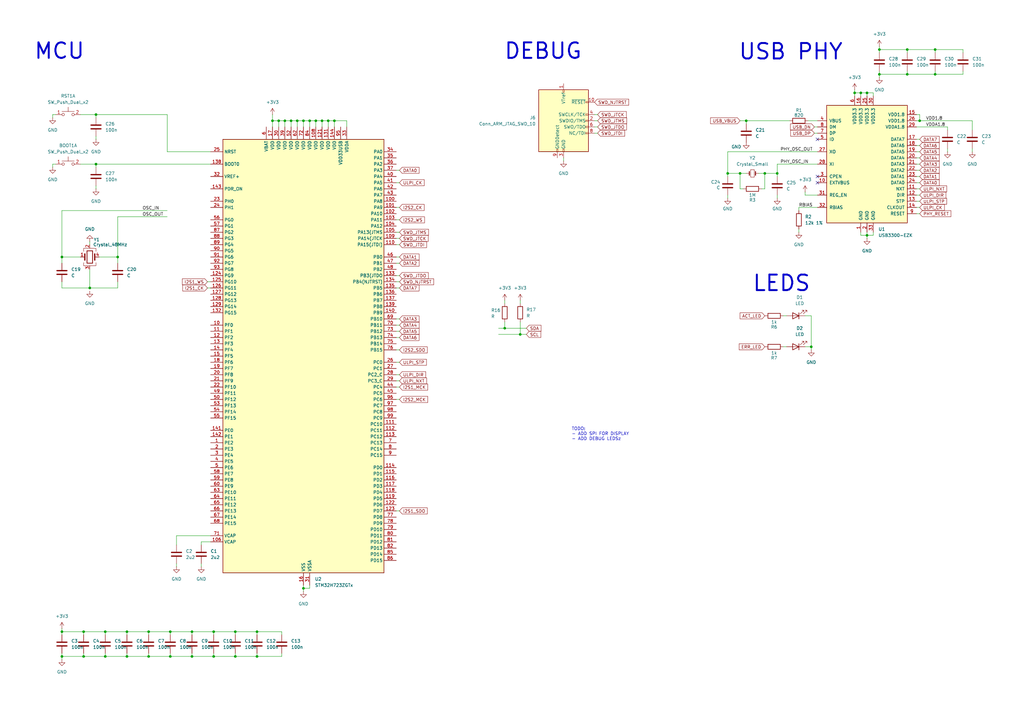
<source format=kicad_sch>
(kicad_sch (version 20250114) (generator "eeschema") (generator_version "9.0")
  (paper "A3")
  (text "LEDS\n" (at 320.548 116.332 0) (effects (font (size 6.35 6.35) (thickness 0.7938))))
  (text "USB PHY\n" (at 324.358 21.336 0) (effects (font (size 6.35 6.35) (thickness 0.7938))))
  (text "MCU" (at 24.384 21.082 0) (effects (font (size 6.35 6.35) (thickness 0.7938))))
  (text "DEBUG\n" (at 222.758 21.082 0) (effects (font (size 6.35 6.35) (thickness 0.7938))))
  (text "TODO:\n- ADD SPI FOR DISPLAY\n- ADD DEBUG LEDSz" (at 234.442 178.054 0) (effects (font (size 1.27 1.27)) (justify left)))
  (junction (at 360.68 20.32))
  (junction (at 114.3 49.53))
  (junction (at 105.41 269.24))
  (junction (at 78.74 269.24))
  (junction (at 134.62 49.53))
  (junction (at 121.92 49.53))
  (junction (at 129.54 49.53))
  (junction (at 119.38 49.53))
  (junction (at 78.74 259.08))
  (junction (at 43.18 259.08))
  (junction (at 48.26 105.41))
  (junction (at 313.69 71.12))
  (junction (at 36.83 118.11))
  (junction (at 318.77 71.12))
  (junction (at 87.63 269.24))
  (junction (at 34.29 259.08))
  (junction (at 87.63 259.08))
  (junction (at 43.18 269.24))
  (junction (at 39.37 67.31))
  (junction (at 353.06 38.1))
  (junction (at 124.46 241.3))
  (junction (at 69.85 259.08))
  (junction (at 332.74 142.24))
  (junction (at 298.45 71.12))
  (junction (at 69.85 269.24))
  (junction (at 350.52 38.1))
  (junction (at 25.4 269.24))
  (junction (at 207.01 134.62))
  (junction (at 372.11 20.32))
  (junction (at 127 49.53))
  (junction (at 355.6 38.1))
  (junction (at 96.52 259.08))
  (junction (at 213.36 137.16))
  (junction (at 360.68 30.48))
  (junction (at 60.96 269.24))
  (junction (at 96.52 269.24))
  (junction (at 116.84 49.53))
  (junction (at 383.54 20.32))
  (junction (at 372.11 30.48))
  (junction (at 137.16 49.53))
  (junction (at 306.07 49.53))
  (junction (at 355.6 96.52))
  (junction (at 39.37 46.99))
  (junction (at 377.19 49.53))
  (junction (at 34.29 269.24))
  (junction (at 60.96 259.08))
  (junction (at 52.07 269.24))
  (junction (at 52.07 259.08))
  (junction (at 383.54 30.48))
  (junction (at 25.4 105.41))
  (junction (at 303.53 71.12))
  (junction (at 105.41 259.08))
  (junction (at 132.08 49.53))
  (junction (at 25.4 259.08))
  (junction (at 124.46 49.53))
  (junction (at 111.76 49.53))
  (no_connect (at 335.28 72.39))
  (no_connect (at 335.28 74.93))
  (no_connect (at 335.28 57.15))
  (wire (pts (xy 375.92 59.69) (xy 377.19 59.69)))
  (wire (pts (xy 313.69 71.12) (xy 311.15 71.12)))
  (wire (pts (xy 163.83 74.93) (xy 162.56 74.93)))
  (wire (pts (xy 394.97 20.32) (xy 394.97 21.59)))
  (wire (pts (xy 207.01 123.19) (xy 207.01 124.46)))
  (wire (pts (xy 163.83 97.79) (xy 162.56 97.79)))
  (wire (pts (xy 111.76 52.07) (xy 111.76 49.53)))
  (wire (pts (xy 60.96 259.08) (xy 52.07 259.08)))
  (wire (pts (xy 132.08 52.07) (xy 132.08 49.53)))
  (wire (pts (xy 360.68 19.05) (xy 360.68 20.32)))
  (wire (pts (xy 86.36 62.23) (xy 68.58 62.23)))
  (wire (pts (xy 163.83 113.03) (xy 162.56 113.03)))
  (wire (pts (xy 33.02 105.41) (xy 25.4 105.41)))
  (wire (pts (xy 39.37 77.47) (xy 39.37 76.2)))
  (wire (pts (xy 353.06 96.52) (xy 355.6 96.52)))
  (wire (pts (xy 213.36 132.08) (xy 213.36 137.16)))
  (wire (pts (xy 121.92 52.07) (xy 121.92 49.53)))
  (wire (pts (xy 377.19 85.09) (xy 375.92 85.09)))
  (wire (pts (xy 334.01 54.61) (xy 335.28 54.61)))
  (wire (pts (xy 375.92 62.23) (xy 377.19 62.23)))
  (wire (pts (xy 163.83 107.95) (xy 162.56 107.95)))
  (wire (pts (xy 25.4 86.36) (xy 25.4 105.41)))
  (wire (pts (xy 163.83 130.81) (xy 162.56 130.81)))
  (wire (pts (xy 383.54 20.32) (xy 394.97 20.32)))
  (wire (pts (xy 335.28 67.31) (xy 318.77 67.31)))
  (wire (pts (xy 394.97 30.48) (xy 383.54 30.48)))
  (wire (pts (xy 163.83 95.25) (xy 162.56 95.25)))
  (wire (pts (xy 39.37 46.99) (xy 33.02 46.99)))
  (wire (pts (xy 355.6 96.52) (xy 355.6 97.79)))
  (wire (pts (xy 360.68 30.48) (xy 360.68 31.75)))
  (wire (pts (xy 360.68 29.21) (xy 360.68 30.48)))
  (wire (pts (xy 372.11 29.21) (xy 372.11 30.48)))
  (wire (pts (xy 82.55 232.41) (xy 82.55 231.14)))
  (wire (pts (xy 78.74 259.08) (xy 78.74 260.35)))
  (wire (pts (xy 375.92 72.39) (xy 377.19 72.39)))
  (wire (pts (xy 134.62 52.07) (xy 134.62 49.53)))
  (wire (pts (xy 21.59 67.31) (xy 21.59 68.58)))
  (wire (pts (xy 298.45 81.28) (xy 298.45 80.01)))
  (wire (pts (xy 358.14 39.37) (xy 358.14 38.1)))
  (wire (pts (xy 355.6 95.25) (xy 355.6 96.52)))
  (wire (pts (xy 127 52.07) (xy 127 49.53)))
  (wire (pts (xy 298.45 71.12) (xy 303.53 71.12)))
  (wire (pts (xy 388.62 62.23) (xy 388.62 60.96)))
  (wire (pts (xy 388.62 53.34) (xy 388.62 52.07)))
  (wire (pts (xy 111.76 49.53) (xy 114.3 49.53)))
  (wire (pts (xy 34.29 269.24) (xy 34.29 267.97)))
  (wire (pts (xy 96.52 267.97) (xy 96.52 269.24)))
  (wire (pts (xy 25.4 257.81) (xy 25.4 259.08)))
  (wire (pts (xy 303.53 71.12) (xy 306.07 71.12)))
  (wire (pts (xy 132.08 49.53) (xy 129.54 49.53)))
  (wire (pts (xy 137.16 52.07) (xy 137.16 49.53)))
  (wire (pts (xy 129.54 49.53) (xy 127 49.53)))
  (wire (pts (xy 25.4 118.11) (xy 36.83 118.11)))
  (wire (pts (xy 119.38 52.07) (xy 119.38 49.53)))
  (wire (pts (xy 312.42 77.47) (xy 313.69 77.47)))
  (wire (pts (xy 78.74 269.24) (xy 69.85 269.24)))
  (wire (pts (xy 39.37 57.15) (xy 39.37 55.88)))
  (wire (pts (xy 96.52 259.08) (xy 87.63 259.08)))
  (wire (pts (xy 304.8 77.47) (xy 303.53 77.47)))
  (wire (pts (xy 377.19 49.53) (xy 398.78 49.53)))
  (wire (pts (xy 25.4 267.97) (xy 25.4 269.24)))
  (wire (pts (xy 335.28 62.23) (xy 298.45 62.23)))
  (wire (pts (xy 388.62 52.07) (xy 375.92 52.07)))
  (wire (pts (xy 231.14 66.04) (xy 231.14 64.77)))
  (wire (pts (xy 163.83 69.85) (xy 162.56 69.85)))
  (wire (pts (xy 116.84 52.07) (xy 116.84 49.53)))
  (wire (pts (xy 115.57 267.97) (xy 115.57 269.24)))
  (wire (pts (xy 394.97 29.21) (xy 394.97 30.48)))
  (wire (pts (xy 82.55 222.25) (xy 82.55 223.52)))
  (wire (pts (xy 121.92 49.53) (xy 119.38 49.53)))
  (wire (pts (xy 115.57 260.35) (xy 115.57 259.08)))
  (wire (pts (xy 372.11 20.32) (xy 372.11 21.59)))
  (wire (pts (xy 86.36 222.25) (xy 82.55 222.25)))
  (wire (pts (xy 163.83 209.55) (xy 162.56 209.55)))
  (wire (pts (xy 105.41 259.08) (xy 96.52 259.08)))
  (wire (pts (xy 48.26 88.9) (xy 48.26 105.41)))
  (wire (pts (xy 375.92 46.99) (xy 377.19 46.99)))
  (wire (pts (xy 36.83 118.11) (xy 48.26 118.11)))
  (wire (pts (xy 204.47 134.62) (xy 207.01 134.62)))
  (wire (pts (xy 163.83 148.59) (xy 162.56 148.59)))
  (wire (pts (xy 124.46 52.07) (xy 124.46 49.53)))
  (wire (pts (xy 245.11 54.61) (xy 243.84 54.61)))
  (wire (pts (xy 306.07 49.53) (xy 306.07 50.8)))
  (wire (pts (xy 318.77 81.28) (xy 318.77 80.01)))
  (wire (pts (xy 119.38 49.53) (xy 116.84 49.53)))
  (wire (pts (xy 39.37 67.31) (xy 39.37 68.58)))
  (wire (pts (xy 377.19 87.63) (xy 375.92 87.63)))
  (wire (pts (xy 163.83 85.09) (xy 162.56 85.09)))
  (wire (pts (xy 22.86 46.99) (xy 21.59 46.99)))
  (wire (pts (xy 377.19 80.01) (xy 375.92 80.01)))
  (wire (pts (xy 96.52 269.24) (xy 87.63 269.24)))
  (wire (pts (xy 355.6 38.1) (xy 353.06 38.1)))
  (wire (pts (xy 163.83 143.51) (xy 162.56 143.51)))
  (wire (pts (xy 377.19 82.55) (xy 375.92 82.55)))
  (wire (pts (xy 355.6 96.52) (xy 358.14 96.52)))
  (wire (pts (xy 34.29 259.08) (xy 34.29 260.35)))
  (wire (pts (xy 85.09 118.11) (xy 86.36 118.11)))
  (wire (pts (xy 60.96 269.24) (xy 52.07 269.24)))
  (wire (pts (xy 129.54 52.07) (xy 129.54 49.53)))
  (wire (pts (xy 124.46 241.3) (xy 127 241.3)))
  (wire (pts (xy 360.68 21.59) (xy 360.68 20.32)))
  (wire (pts (xy 245.11 52.07) (xy 243.84 52.07)))
  (wire (pts (xy 22.86 67.31) (xy 21.59 67.31)))
  (wire (pts (xy 375.92 67.31) (xy 377.19 67.31)))
  (wire (pts (xy 360.68 30.48) (xy 372.11 30.48)))
  (wire (pts (xy 69.85 259.08) (xy 69.85 260.35)))
  (wire (pts (xy 124.46 240.03) (xy 124.46 241.3)))
  (wire (pts (xy 25.4 86.36) (xy 68.58 86.36)))
  (wire (pts (xy 87.63 267.97) (xy 87.63 269.24)))
  (wire (pts (xy 72.39 232.41) (xy 72.39 231.14)))
  (wire (pts (xy 358.14 38.1) (xy 355.6 38.1)))
  (wire (pts (xy 322.58 142.24) (xy 321.31 142.24)))
  (wire (pts (xy 43.18 267.97) (xy 43.18 269.24)))
  (wire (pts (xy 204.47 137.16) (xy 213.36 137.16)))
  (wire (pts (xy 398.78 62.23) (xy 398.78 60.96)))
  (wire (pts (xy 163.83 163.83) (xy 162.56 163.83)))
  (wire (pts (xy 332.74 129.54) (xy 332.74 142.24)))
  (wire (pts (xy 68.58 46.99) (xy 39.37 46.99)))
  (wire (pts (xy 43.18 259.08) (xy 34.29 259.08)))
  (wire (pts (xy 163.83 133.35) (xy 162.56 133.35)))
  (wire (pts (xy 60.96 259.08) (xy 60.96 260.35)))
  (wire (pts (xy 34.29 259.08) (xy 25.4 259.08)))
  (wire (pts (xy 313.69 77.47) (xy 313.69 71.12)))
  (wire (pts (xy 327.66 85.09) (xy 327.66 86.36)))
  (wire (pts (xy 105.41 269.24) (xy 96.52 269.24)))
  (wire (pts (xy 303.53 77.47) (xy 303.53 71.12)))
  (wire (pts (xy 383.54 29.21) (xy 383.54 30.48)))
  (wire (pts (xy 48.26 105.41) (xy 40.64 105.41)))
  (wire (pts (xy 298.45 72.39) (xy 298.45 71.12)))
  (wire (pts (xy 377.19 46.99) (xy 377.19 49.53)))
  (wire (pts (xy 48.26 88.9) (xy 68.58 88.9)))
  (wire (pts (xy 358.14 95.25) (xy 358.14 96.52)))
  (wire (pts (xy 69.85 269.24) (xy 60.96 269.24)))
  (wire (pts (xy 86.36 219.71) (xy 72.39 219.71)))
  (wire (pts (xy 350.52 39.37) (xy 350.52 38.1)))
  (wire (pts (xy 96.52 259.08) (xy 96.52 260.35)))
  (wire (pts (xy 52.07 259.08) (xy 43.18 259.08)))
  (wire (pts (xy 72.39 219.71) (xy 72.39 223.52)))
  (wire (pts (xy 318.77 72.39) (xy 318.77 71.12)))
  (wire (pts (xy 360.68 20.32) (xy 372.11 20.32)))
  (wire (pts (xy 163.83 158.75) (xy 162.56 158.75)))
  (wire (pts (xy 330.2 80.01) (xy 335.28 80.01)))
  (wire (pts (xy 207.01 132.08) (xy 207.01 134.62)))
  (wire (pts (xy 115.57 269.24) (xy 105.41 269.24)))
  (wire (pts (xy 69.85 259.08) (xy 60.96 259.08)))
  (wire (pts (xy 116.84 49.53) (xy 114.3 49.53)))
  (wire (pts (xy 68.58 62.23) (xy 68.58 46.99)))
  (wire (pts (xy 355.6 39.37) (xy 355.6 38.1)))
  (wire (pts (xy 105.41 267.97) (xy 105.41 269.24)))
  (wire (pts (xy 163.83 118.11) (xy 162.56 118.11)))
  (wire (pts (xy 163.83 100.33) (xy 162.56 100.33)))
  (wire (pts (xy 87.63 269.24) (xy 78.74 269.24)))
  (wire (pts (xy 350.52 36.83) (xy 350.52 38.1)))
  (wire (pts (xy 318.77 71.12) (xy 313.69 71.12)))
  (wire (pts (xy 43.18 269.24) (xy 34.29 269.24)))
  (wire (pts (xy 48.26 115.57) (xy 48.26 118.11)))
  (wire (pts (xy 137.16 49.53) (xy 134.62 49.53)))
  (wire (pts (xy 111.76 46.99) (xy 111.76 49.53)))
  (wire (pts (xy 36.83 99.06) (xy 36.83 100.33)))
  (wire (pts (xy 163.83 105.41) (xy 162.56 105.41)))
  (wire (pts (xy 60.96 267.97) (xy 60.96 269.24)))
  (wire (pts (xy 350.52 38.1) (xy 353.06 38.1)))
  (wire (pts (xy 25.4 269.24) (xy 25.4 270.51)))
  (wire (pts (xy 85.09 115.57) (xy 86.36 115.57)))
  (wire (pts (xy 375.92 57.15) (xy 377.19 57.15)))
  (wire (pts (xy 334.01 52.07) (xy 335.28 52.07)))
  (wire (pts (xy 134.62 49.53) (xy 132.08 49.53)))
  (wire (pts (xy 353.06 38.1) (xy 353.06 39.37)))
  (wire (pts (xy 39.37 46.99) (xy 39.37 48.26)))
  (wire (pts (xy 163.83 153.67) (xy 162.56 153.67)))
  (wire (pts (xy 78.74 267.97) (xy 78.74 269.24)))
  (wire (pts (xy 52.07 267.97) (xy 52.07 269.24)))
  (wire (pts (xy 213.36 123.19) (xy 213.36 124.46)))
  (wire (pts (xy 372.11 30.48) (xy 383.54 30.48)))
  (wire (pts (xy 327.66 95.25) (xy 327.66 93.98)))
  (wire (pts (xy 48.26 107.95) (xy 48.26 105.41)))
  (wire (pts (xy 25.4 105.41) (xy 25.4 107.95)))
  (wire (pts (xy 39.37 67.31) (xy 86.36 67.31)))
  (wire (pts (xy 52.07 259.08) (xy 52.07 260.35)))
  (wire (pts (xy 25.4 259.08) (xy 25.4 260.35)))
  (wire (pts (xy 245.11 46.99) (xy 243.84 46.99)))
  (wire (pts (xy 163.83 115.57) (xy 162.56 115.57)))
  (wire (pts (xy 375.92 64.77) (xy 377.19 64.77)))
  (wire (pts (xy 115.57 259.08) (xy 105.41 259.08)))
  (wire (pts (xy 105.41 259.08) (xy 105.41 260.35)))
  (wire (pts (xy 21.59 46.99) (xy 21.59 48.26)))
  (wire (pts (xy 69.85 267.97) (xy 69.85 269.24)))
  (wire (pts (xy 127 49.53) (xy 124.46 49.53)))
  (wire (pts (xy 306.07 49.53) (xy 323.85 49.53)))
  (wire (pts (xy 142.24 52.07) (xy 142.24 49.53)))
  (wire (pts (xy 375.92 74.93) (xy 377.19 74.93)))
  (wire (pts (xy 163.83 90.17) (xy 162.56 90.17)))
  (wire (pts (xy 213.36 137.16) (xy 215.9 137.16)))
  (wire (pts (xy 52.07 269.24) (xy 43.18 269.24)))
  (wire (pts (xy 163.83 156.21) (xy 162.56 156.21)))
  (wire (pts (xy 36.83 118.11) (xy 36.83 110.49)))
  (wire (pts (xy 78.74 259.08) (xy 69.85 259.08)))
  (wire (pts (xy 163.83 135.89) (xy 162.56 135.89)))
  (wire (pts (xy 163.83 138.43) (xy 162.56 138.43)))
  (wire (pts (xy 142.24 49.53) (xy 137.16 49.53)))
  (wire (pts (xy 322.58 129.54) (xy 321.31 129.54)))
  (wire (pts (xy 87.63 259.08) (xy 87.63 260.35)))
  (wire (pts (xy 124.46 49.53) (xy 121.92 49.53)))
  (wire (pts (xy 383.54 20.32) (xy 383.54 21.59)))
  (wire (pts (xy 332.74 142.24) (xy 332.74 143.51)))
  (wire (pts (xy 335.28 85.09) (xy 327.66 85.09)))
  (wire (pts (xy 298.45 62.23) (xy 298.45 71.12)))
  (wire (pts (xy 25.4 269.24) (xy 34.29 269.24)))
  (wire (pts (xy 398.78 53.34) (xy 398.78 49.53)))
  (wire (pts (xy 33.02 67.31) (xy 39.37 67.31)))
  (wire (pts (xy 375.92 69.85) (xy 377.19 69.85)))
  (wire (pts (xy 331.47 49.53) (xy 335.28 49.53)))
  (wire (pts (xy 330.2 78.74) (xy 330.2 80.01)))
  (wire (pts (xy 375.92 49.53) (xy 377.19 49.53)))
  (wire (pts (xy 207.01 134.62) (xy 215.9 134.62)))
  (wire (pts (xy 303.53 49.53) (xy 306.07 49.53)))
  (wire (pts (xy 372.11 20.32) (xy 383.54 20.32)))
  (wire (pts (xy 25.4 115.57) (xy 25.4 118.11)))
  (wire (pts (xy 245.11 49.53) (xy 243.84 49.53)))
  (wire (pts (xy 330.2 129.54) (xy 332.74 129.54)))
  (wire (pts (xy 332.74 142.24) (xy 330.2 142.24)))
  (wire (pts (xy 127 241.3) (xy 127 240.03)))
  (wire (pts (xy 124.46 241.3) (xy 124.46 242.57)))
  (wire (pts (xy 43.18 259.08) (xy 43.18 260.35)))
  (wire (pts (xy 114.3 49.53) (xy 114.3 52.07)))
  (wire (pts (xy 318.77 67.31) (xy 318.77 71.12)))
  (wire (pts (xy 353.06 95.25) (xy 353.06 96.52)))
  (wire (pts (xy 87.63 259.08) (xy 78.74 259.08)))
  (wire (pts (xy 377.19 77.47) (xy 375.92 77.47)))
  (label "OSC_IN" (at 58.42 86.36 0))
  (label "PHY_OSC_IN" (at 320.04 67.31 0))
  (label "VDDA1.8" (at 379.73 52.07 0))
  (label "RBIAS" (at 327.66 85.09 0))
  (label "OSC_OUT" (at 58.42 88.9 0))
  (label "VDD1.8" (at 379.73 49.53 0))
  (label "PHY_OSC_OUT" (at 320.04 62.23 0))
  (global_label "DATA5" (shape input) (at 377.19 62.23 0) (property "Intersheetrefs" "${INTERSHEET_REFS}" (effects (hide yes))))
  (global_label "I2S2_SDO" (shape input) (at 163.83 143.51 0) (property "Intersheetrefs" "${INTERSHEET_REFS}" (effects (hide yes))))
  (global_label "SWD_NJTRST" (shape input) (at 163.83 115.57 0) (property "Intersheetrefs" "${INTERSHEET_REFS}" (effects (hide yes))))
  (global_label "ULPI_CK" (shape input) (at 163.83 74.93 0) (property "Intersheetrefs" "${INTERSHEET_REFS}" (effects (hide yes))))
  (global_label "DATA6" (shape input) (at 163.83 138.43 0) (property "Intersheetrefs" "${INTERSHEET_REFS}" (effects (hide yes))))
  (global_label "I2S2_CK" (shape input) (at 163.83 85.09 0) (property "Intersheetrefs" "${INTERSHEET_REFS}" (effects (hide yes))))
  (global_label "ULPI_CK" (shape input) (at 377.19 85.09 0) (property "Intersheetrefs" "${INTERSHEET_REFS}" (effects (hide yes))))
  (global_label "I2S2_MCK" (shape input) (at 163.83 163.83 0) (property "Intersheetrefs" "${INTERSHEET_REFS}" (effects (hide yes))))
  (global_label "DATA3" (shape input) (at 377.19 67.31 0) (property "Intersheetrefs" "${INTERSHEET_REFS}" (effects (hide yes))))
  (global_label "DATA3" (shape input) (at 163.83 130.81 0) (property "Intersheetrefs" "${INTERSHEET_REFS}" (effects (hide yes))))
  (global_label "ULPI_DIR" (shape input) (at 163.83 153.67 0) (property "Intersheetrefs" "${INTERSHEET_REFS}" (effects (hide yes))))
  (global_label "ULPI_STP" (shape input) (at 163.83 148.59 0) (property "Intersheetrefs" "${INTERSHEET_REFS}" (effects (hide yes))))
  (global_label "SWD_JTCK" (shape input) (at 163.83 97.79 0) (property "Intersheetrefs" "${INTERSHEET_REFS}" (effects (hide yes))))
  (global_label "I2S1_CK" (shape input) (at 85.09 118.11 180) (property "Intersheetrefs" "${INTERSHEET_REFS}" (effects (hide yes))))
  (global_label "I2S1_SDO" (shape input) (at 163.83 209.55 0) (property "Intersheetrefs" "${INTERSHEET_REFS}" (effects (hide yes))))
  (global_label "I2S2_WS" (shape input) (at 163.83 90.17 0) (property "Intersheetrefs" "${INTERSHEET_REFS}" (effects (hide yes))))
  (global_label "ULPI_NXT" (shape input) (at 163.83 156.21 0) (property "Intersheetrefs" "${INTERSHEET_REFS}" (effects (hide yes))))
  (global_label "USB_VBUS" (shape input) (at 303.53 49.53 180) (property "Intersheetrefs" "${INTERSHEET_REFS}" (effects (hide yes))))
  (global_label "PHY_RESET" (shape input) (at 377.19 87.63 0) (property "Intersheetrefs" "${INTERSHEET_REFS}" (effects (hide yes))))
  (global_label "SWD_JTMS" (shape input) (at 245.11 49.53 0) (property "Intersheetrefs" "${INTERSHEET_REFS}" (effects (hide yes))))
  (global_label "SWD_JTDO" (shape input) (at 245.11 52.07 0) (property "Intersheetrefs" "${INTERSHEET_REFS}" (effects (hide yes))))
  (global_label "DATA0" (shape input) (at 163.83 69.85 0) (property "Intersheetrefs" "${INTERSHEET_REFS}" (effects (hide yes))))
  (global_label "DATA4" (shape input) (at 377.19 64.77 0) (property "Intersheetrefs" "${INTERSHEET_REFS}" (effects (hide yes))))
  (global_label "SWD_JTCK" (shape input) (at 245.11 46.99 0) (property "Intersheetrefs" "${INTERSHEET_REFS}" (effects (hide yes))))
  (global_label "SWD_NJTRST" (shape input) (at 243.84 41.91 0) (property "Intersheetrefs" "${INTERSHEET_REFS}" (effects (hide yes))))
  (global_label "DATA5" (shape input) (at 163.83 135.89 0) (property "Intersheetrefs" "${INTERSHEET_REFS}" (effects (hide yes))))
  (global_label "SCL" (shape input) (at 215.9 137.16 0) (property "Intersheetrefs" "${INTERSHEET_REFS}" (effects (hide yes))))
  (global_label "ULPI_DIR" (shape input) (at 377.19 80.01 0) (property "Intersheetrefs" "${INTERSHEET_REFS}" (effects (hide yes))))
  (global_label "I2S1_MCK" (shape input) (at 163.83 158.75 0) (property "Intersheetrefs" "${INTERSHEET_REFS}" (effects (hide yes))))
  (global_label "USB_DP" (shape input) (at 334.01 54.61 180) (property "Intersheetrefs" "${INTERSHEET_REFS}" (effects (hide yes))))
  (global_label "DATA2" (shape input) (at 163.83 107.95 0) (property "Intersheetrefs" "${INTERSHEET_REFS}" (effects (hide yes))))
  (global_label "DATA7" (shape input) (at 163.83 118.11 0) (property "Intersheetrefs" "${INTERSHEET_REFS}" (effects (hide yes))))
  (global_label "DATA7" (shape input) (at 377.19 57.15 0) (property "Intersheetrefs" "${INTERSHEET_REFS}" (effects (hide yes))))
  (global_label "DATA4" (shape input) (at 163.83 133.35 0) (property "Intersheetrefs" "${INTERSHEET_REFS}" (effects (hide yes))))
  (global_label "DATA1" (shape input) (at 163.83 105.41 0) (property "Intersheetrefs" "${INTERSHEET_REFS}" (effects (hide yes))))
  (global_label "DATA2" (shape input) (at 377.19 69.85 0) (property "Intersheetrefs" "${INTERSHEET_REFS}" (effects (hide yes))))
  (global_label "SWD_JTMS" (shape input) (at 163.83 95.25 0) (property "Intersheetrefs" "${INTERSHEET_REFS}" (effects (hide yes))))
  (global_label "DATA0" (shape input) (at 377.19 74.93 0) (property "Intersheetrefs" "${INTERSHEET_REFS}" (effects (hide yes))))
  (global_label "USB_DN" (shape input) (at 334.01 52.07 180) (property "Intersheetrefs" "${INTERSHEET_REFS}" (effects (hide yes))))
  (global_label "DATA6" (shape input) (at 377.19 59.69 0) (property "Intersheetrefs" "${INTERSHEET_REFS}" (effects (hide yes))))
  (global_label "I2S1_WS" (shape input) (at 85.09 115.57 180) (property "Intersheetrefs" "${INTERSHEET_REFS}" (effects (hide yes))))
  (global_label "SWD_JTDI" (shape input) (at 245.11 54.61 0) (property "Intersheetrefs" "${INTERSHEET_REFS}" (effects (hide yes))))
  (global_label "SWD_JTDI" (shape input) (at 163.83 100.33 0) (property "Intersheetrefs" "${INTERSHEET_REFS}" (effects (hide yes))))
  (global_label "SWD_JTDO" (shape input) (at 163.83 113.03 0) (property "Intersheetrefs" "${INTERSHEET_REFS}" (effects (hide yes))))
  (global_label "ULPI_STP" (shape input) (at 377.19 82.55 0) (property "Intersheetrefs" "${INTERSHEET_REFS}" (effects (hide yes))))
  (global_label "DATA1" (shape input) (at 377.19 72.39 0) (property "Intersheetrefs" "${INTERSHEET_REFS}" (effects (hide yes))))
  (global_label "ULPI_NXT" (shape input) (at 377.19 77.47 0) (property "Intersheetrefs" "${INTERSHEET_REFS}" (effects (hide yes))))
  (global_label "ACT_LED" (shape input) (at 313.69 129.54 180) (property "Intersheetrefs" "${INTERSHEET_REFS}" (effects (hide yes))))
  (global_label "ERR_LED" (shape input) (at 313.69 142.24 180) (property "Intersheetrefs" "${INTERSHEET_REFS}" (effects (hide yes))))
  (global_label "SDA" (shape input) (at 215.9 134.62 0) (property "Intersheetrefs" "${INTERSHEET_REFS}" (effects (hide yes))))
  (symbol (lib_id "power:GND") (at 72.39 232.41 0) (unit 1)
    (property "Reference" "#PWR06" (effects (hide yes)))
    (property "Value" "GND" (at 72.39 237.49 0))
    (property "Description" "Power symbol creates a global label with name \"GND\" , ground" (effects (hide yes)))
  )
  (symbol (lib_id "Device:Crystal_GND23") (at 36.83 105.41 0) (unit 1)
    (property "Reference" "Y1" (at 39.624 98.298 0))
    (property "Value" "Crystal_48MHz" (at 45.212 100.33 0))
    (property "Description" "Four pin crystal, GND on pins 2 and 3" (effects (hide yes)))
  )
  (symbol (lib_id "Device:C") (at 394.97 25.4 0) (unit 1)
    (property "Reference" "C31" (at 398.78 24.1299 0) (effects (justify left)))
    (property "Value" "100n" (at 398.78 26.6699 0) (effects (justify left)))
    (property "Footprint" "Capacitor_SMD:C_0603_1608Metric" (effects (hide yes)))
    (property "Description" "Unpolarized capacitor" (effects (hide yes)))
  )
  (symbol (lib_id "Device:C") (at 372.11 25.4 0) (unit 1)
    (property "Reference" "C29" (at 375.92 24.1299 0) (effects (justify left)))
    (property "Value" "100n" (at 375.92 26.6699 0) (effects (justify left)))
    (property "Footprint" "Capacitor_SMD:C_0603_1608Metric" (effects (hide yes)))
    (property "Description" "Unpolarized capacitor" (effects (hide yes)))
  )
  (symbol (lib_id "power:+3V3") (at 213.36 123.19 0) (unit 1)
    (property "Reference" "#PWR028" (effects (hide yes)))
    (property "Value" "+3V3" (at 213.36 118.11 0))
    (property "Description" "Power symbol creates a global label with name \"+3V3\"" (effects (hide yes)))
  )
  (symbol (lib_id "Device:C") (at 87.63 264.16 0) (unit 1)
    (property "Reference" "C10" (at 91.44 262.8899 0) (effects (justify left)))
    (property "Value" "100n" (at 91.44 265.4299 0) (effects (justify left)))
    (property "Footprint" "Capacitor_SMD:C_0603_1608Metric" (effects (hide yes)))
    (property "Description" "Unpolarized capacitor" (effects (hide yes)))
  )
  (symbol (lib_id "Device:R") (at 308.61 77.47 90) (unit 1)
    (property "Reference" "R3" (at 308.61 82.042 90))
    (property "Value" "1M" (at 308.61 80.01 90))
    (property "Footprint" "Resistor_SMD:R_0603_1608Metric" (effects (hide yes)))
    (property "Description" "Resistor" (effects (hide yes)))
  )
  (symbol (lib_id "Device:R") (at 213.36 128.27 0) (unit 1)
    (property "Reference" "R17" (at 215.9 126.9999 0) (effects (justify left)))
    (property "Value" "R" (at 215.9 129.5399 0) (effects (justify left)))
    (property "Footprint" "Resistor_SMD:R_0603_1608Metric" (effects (hide yes)))
    (property "Description" "Resistor" (effects (hide yes)))
  )
  (symbol (lib_id "power:GND") (at 39.37 57.15 0) (unit 1)
    (property "Reference" "#PWR024" (effects (hide yes)))
    (property "Value" "GND" (at 39.37 62.23 0))
    (property "Description" "Power symbol creates a global label with name \"GND\" , ground" (effects (hide yes)))
  )
  (symbol (lib_id "Device:C") (at 388.62 57.15 0) (unit 1)
    (property "Reference" "C22" (at 392.43 55.8799 0) (effects (justify left)))
    (property "Value" "C" (at 392.43 58.4199 0) (effects (justify left)))
    (property "Footprint" "Capacitor_SMD:C_0603_1608Metric" (effects (hide yes)))
    (property "Description" "Unpolarized capacitor" (effects (hide yes)))
  )
  (symbol (lib_id "power:GND") (at 25.4 270.51 0) (unit 1)
    (property "Reference" "#PWR07" (effects (hide yes)))
    (property "Value" "GND" (at 25.4 275.59 0))
    (property "Description" "Power symbol creates a global label with name \"GND\" , ground" (effects (hide yes)))
  )
  (symbol (lib_id "Device:C") (at 52.07 264.16 0) (unit 1)
    (property "Reference" "C6" (at 55.88 262.8899 0) (effects (justify left)))
    (property "Value" "100n" (at 55.88 265.4299 0) (effects (justify left)))
    (property "Footprint" "Capacitor_SMD:C_0603_1608Metric" (effects (hide yes)))
    (property "Description" "Unpolarized capacitor" (effects (hide yes)))
  )
  (symbol (lib_id "power:+3V3") (at 207.01 123.19 0) (unit 1)
    (property "Reference" "#PWR063" (effects (hide yes)))
    (property "Value" "+3V3" (at 207.01 118.11 0))
    (property "Description" "Power symbol creates a global label with name \"+3V3\"" (effects (hide yes)))
  )
  (symbol (lib_id "Device:C") (at 82.55 227.33 0) (unit 1)
    (property "Reference" "C1" (at 86.36 226.0599 0) (effects (justify left)))
    (property "Value" "2u2" (at 86.36 228.5999 0) (effects (justify left)))
    (property "Footprint" "Capacitor_SMD:C_0603_1608Metric" (effects (hide yes)))
    (property "Description" "Unpolarized capacitor" (effects (hide yes)))
  )
  (symbol (lib_id "Device:C") (at 298.45 76.2 0) (unit 1)
    (property "Reference" "C24" (at 291.592 74.676 0) (effects (justify left)))
    (property "Value" "C" (at 293.878 76.962 0) (effects (justify left)))
    (property "Footprint" "Capacitor_SMD:C_0603_1608Metric" (effects (hide yes)))
    (property "Description" "Unpolarized capacitor" (effects (hide yes)))
  )
  (symbol (lib_id "power:GND") (at 355.6 97.79 0) (unit 1)
    (property "Reference" "#PWR03" (effects (hide yes)))
    (property "Value" "GND" (at 355.6 102.87 0))
    (property "Description" "Power symbol creates a global label with name \"GND\" , ground" (effects (hide yes)))
  )
  (symbol (lib_id "Device:C") (at 318.77 76.2 0) (unit 1)
    (property "Reference" "C25" (at 322.58 74.9299 0) (effects (justify left)))
    (property "Value" "C" (at 322.58 77.4699 0) (effects (justify left)))
    (property "Footprint" "Capacitor_SMD:C_0603_1608Metric" (effects (hide yes)))
    (property "Description" "Unpolarized capacitor" (effects (hide yes)))
  )
  (symbol (lib_id "Device:C") (at 34.29 264.16 0) (unit 1)
    (property "Reference" "C4" (at 38.1 262.8899 0) (effects (justify left)))
    (property "Value" "100n" (at 38.1 265.4299 0) (effects (justify left)))
    (property "Footprint" "Capacitor_SMD:C_0603_1608Metric" (effects (hide yes)))
    (property "Description" "Unpolarized capacitor" (effects (hide yes)))
  )
  (symbol (lib_id "power:GND") (at 306.07 58.42 0) (unit 1)
    (property "Reference" "#PWR015" (effects (hide yes)))
    (property "Value" "GND" (at 302.006 60.198 0))
    (property "Description" "Power symbol creates a global label with name \"GND\" , ground" (effects (hide yes)))
  )
  (symbol (lib_id "Device:R") (at 207.01 128.27 0) (unit 1)
    (property "Reference" "R16" (at 201.422 127.254 0) (effects (justify left)))
    (property "Value" "R" (at 201.422 129.794 0) (effects (justify left)))
    (property "Footprint" "Resistor_SMD:R_0603_1608Metric" (effects (hide yes)))
    (property "Description" "Resistor" (effects (hide yes)))
  )
  (symbol (lib_id "Device:C") (at 306.07 54.61 0) (unit 1)
    (property "Reference" "C21" (at 309.88 53.3399 0) (effects (justify left)))
    (property "Value" "C" (at 309.88 55.8799 0) (effects (justify left)))
    (property "Footprint" "Capacitor_SMD:C_0603_1608Metric" (effects (hide yes)))
    (property "Description" "Unpolarized capacitor" (effects (hide yes)))
  )
  (symbol (lib_id "Connector:Conn_ARM_JTAG_SWD_10") (at 231.14 49.53 0) (unit 1)
    (property "Reference" "J6" (at 219.71 48.2599 0) (effects (justify right)))
    (property "Value" "Conn_ARM_JTAG_SWD_10" (at 219.71 50.7999 0) (effects (justify right)))
    (property "Footprint" "SWD:2X10_BOXHEADER" (effects (hide yes)))
    (property "Datasheet" "http://infocenter.arm.com/help/topic/com.arm.doc.ddi0314h/DDI0314H_coresight_components_trm.pdf" (effects (hide yes)))
    (property "Description" "Cortex Debug Connector, standard ARM Cortex-M SWD and JTAG interface" (effects (hide yes)))
  )
  (symbol (lib_id "Device:C") (at 48.26 111.76 0) (unit 1)
    (property "Reference" "C20" (at 52.07 110.4899 0) (effects (justify left)))
    (property "Value" "C" (at 52.07 113.0299 0) (effects (justify left)))
    (property "Footprint" "Capacitor_SMD:C_0603_1608Metric" (effects (hide yes)))
    (property "Description" "Unpolarized capacitor" (effects (hide yes)))
  )
  (symbol (lib_id "Device:C") (at 360.68 25.4 0) (unit 1)
    (property "Reference" "C28" (at 364.49 24.1299 0) (effects (justify left)))
    (property "Value" "100n" (at 364.49 26.6699 0) (effects (justify left)))
    (property "Footprint" "Capacitor_SMD:C_0603_1608Metric" (effects (hide yes)))
    (property "Description" "Unpolarized capacitor" (effects (hide yes)))
  )
  (symbol (lib_id "power:GND") (at 39.37 77.47 0) (unit 1)
    (property "Reference" "#PWR025" (effects (hide yes)))
    (property "Value" "GND" (at 39.37 82.55 0))
    (property "Description" "Power symbol creates a global label with name \"GND\" , ground" (effects (hide yes)))
  )
  (symbol (lib_id "Device:C") (at 78.74 264.16 0) (unit 1)
    (property "Reference" "C9" (at 82.55 262.8899 0) (effects (justify left)))
    (property "Value" "100n" (at 82.55 265.4299 0) (effects (justify left)))
    (property "Footprint" "Capacitor_SMD:C_0603_1608Metric" (effects (hide yes)))
    (property "Description" "Unpolarized capacitor" (effects (hide yes)))
  )
  (symbol (lib_id "Device:LED") (at 326.39 129.54 180) (unit 1)
    (property "Reference" "D1" (at 327.9775 121.92 0))
    (property "Value" "LED" (at 327.9775 124.46 0))
    (property "Footprint" "LED_SMD:LED_0603_1608Metric" (effects (hide yes)))
    (property "Description" "Light emitting diode" (effects (hide yes)))
    (property "Sim.Pins" "1=K 2=A" (effects (hide yes)))
  )
  (symbol (lib_id "power:GND") (at 327.66 95.25 0) (unit 1)
    (property "Reference" "#PWR017" (effects (hide yes)))
    (property "Value" "GND" (at 327.66 100.33 0))
    (property "Description" "Power symbol creates a global label with name \"GND\" , ground" (effects (hide yes)))
  )
  (symbol (lib_id "Device:C") (at 398.78 57.15 0) (unit 1)
    (property "Reference" "C23" (at 402.59 55.8799 0) (effects (justify left)))
    (property "Value" "C" (at 402.59 58.4199 0) (effects (justify left)))
    (property "Footprint" "Capacitor_SMD:C_0603_1608Metric" (effects (hide yes)))
    (property "Description" "Unpolarized capacitor" (effects (hide yes)))
  )
  (symbol (lib_id "power:GND") (at 298.45 81.28 0) (unit 1)
    (property "Reference" "#PWR020" (effects (hide yes)))
    (property "Value" "GND" (at 298.45 85.598 0))
    (property "Description" "Power symbol creates a global label with name \"GND\" , ground" (effects (hide yes)))
  )
  (symbol (lib_id "Device:C") (at 60.96 264.16 0) (unit 1)
    (property "Reference" "C7" (at 64.77 262.8899 0) (effects (justify left)))
    (property "Value" "100n" (at 64.77 265.4299 0) (effects (justify left)))
    (property "Footprint" "Capacitor_SMD:C_0603_1608Metric" (effects (hide yes)))
    (property "Description" "Unpolarized capacitor" (effects (hide yes)))
  )
  (symbol (lib_id "Device:C") (at 96.52 264.16 0) (unit 1)
    (property "Reference" "C11" (at 100.33 262.8899 0) (effects (justify left)))
    (property "Value" "100n" (at 100.33 265.4299 0) (effects (justify left)))
    (property "Footprint" "Capacitor_SMD:C_0603_1608Metric" (effects (hide yes)))
    (property "Description" "Unpolarized capacitor" (effects (hide yes)))
  )
  (symbol (lib_id "Device:C") (at 43.18 264.16 0) (unit 1)
    (property "Reference" "C5" (at 46.99 262.8899 0) (effects (justify left)))
    (property "Value" "100n" (at 46.99 265.4299 0) (effects (justify left)))
    (property "Footprint" "Capacitor_SMD:C_0603_1608Metric" (effects (hide yes)))
    (property "Description" "Unpolarized capacitor" (effects (hide yes)))
  )
  (symbol (lib_id "power:GND") (at 398.78 62.23 0) (unit 1)
    (property "Reference" "#PWR019" (effects (hide yes)))
    (property "Value" "GND" (at 398.78 67.31 0))
    (property "Description" "Power symbol creates a global label with name \"GND\" , ground" (effects (hide yes)))
  )
  (symbol (lib_id "power:GND") (at 124.46 242.57 0) (unit 1)
    (property "Reference" "#PWR04" (effects (hide yes)))
    (property "Value" "GND" (at 124.46 247.65 0))
    (property "Description" "Power symbol creates a global label with name \"GND\" , ground" (effects (hide yes)))
  )
  (symbol (lib_id "Device:C") (at 383.54 25.4 0) (unit 1)
    (property "Reference" "C30" (at 387.35 24.1299 0) (effects (justify left)))
    (property "Value" "100n" (at 387.35 26.6699 0) (effects (justify left)))
    (property "Footprint" "Capacitor_SMD:C_0603_1608Metric" (effects (hide yes)))
    (property "Description" "Unpolarized capacitor" (effects (hide yes)))
  )
  (symbol (lib_id "Switch:SW_Push_Dual_x2") (at 27.94 46.99 0) (unit 1)
    (property "Reference" "RST1" (at 27.94 39.37 0))
    (property "Value" "SW_Push_Dual_x2" (at 27.94 41.91 0))
    (property "Description" "Push button switch, generic, separate symbols, four pins" (effects (hide yes)))
  )
  (symbol (lib_id "Device:Crystal_Small") (at 308.61 71.12 0) (unit 1)
    (property "Reference" "Y2" (at 308.61 64.77 0))
    (property "Value" "Crystal_Small" (at 308.61 67.31 0))
    (property "Description" "Two pin crystal, small symbol" (effects (hide yes)))
  )
  (symbol (lib_id "Device:R") (at 327.66 49.53 90) (unit 1)
    (property "Reference" "R1" (at 327.66 45.212 90))
    (property "Value" "820" (at 327.66 47.244 90))
    (property "Footprint" "Resistor_SMD:R_0603_1608Metric" (effects (hide yes)))
    (property "Description" "Resistor" (effects (hide yes)))
  )
  (symbol (lib_id "power:GND") (at 231.14 66.04 0) (unit 1)
    (property "Reference" "#PWR014" (effects (hide yes)))
    (property "Value" "GND" (at 231.14 71.12 0))
    (property "Description" "Power symbol creates a global label with name \"GND\" , ground" (effects (hide yes)))
  )
  (symbol (lib_id "power:+3V3") (at 350.52 36.83 0) (unit 1)
    (property "Reference" "#PWR02" (effects (hide yes)))
    (property "Value" "+3V3" (at 350.52 31.75 0))
    (property "Description" "Power symbol creates a global label with name \"+3V3\"" (effects (hide yes)))
  )
  (symbol (lib_id "Device:LED") (at 326.39 142.24 180) (unit 1)
    (property "Reference" "D2" (at 327.9775 134.62 0))
    (property "Value" "LED" (at 327.9775 137.16 0))
    (property "Footprint" "LED_SMD:LED_0603_1608Metric" (effects (hide yes)))
    (property "Description" "Light emitting diode" (effects (hide yes)))
    (property "Sim.Pins" "1=K 2=A" (effects (hide yes)))
  )
  (symbol (lib_id "power:+3V3") (at 360.68 19.05 0) (unit 1)
    (property "Reference" "#PWR026" (effects (hide yes)))
    (property "Value" "+3V3" (at 360.68 13.97 0))
    (property "Description" "Power symbol creates a global label with name \"+3V3\"" (effects (hide yes)))
  )
  (symbol (lib_id "Device:C") (at 39.37 72.39 0) (unit 1)
    (property "Reference" "C27" (at 43.18 71.1199 0) (effects (justify left)))
    (property "Value" "100n" (at 43.18 73.6599 0) (effects (justify left)))
    (property "Footprint" "Capacitor_SMD:C_0603_1608Metric" (effects (hide yes)))
    (property "Description" "Unpolarized capacitor" (effects (hide yes)))
  )
  (symbol (lib_id "power:GND") (at 318.77 81.28 0) (unit 1)
    (property "Reference" "#PWR021" (effects (hide yes)))
    (property "Value" "GND" (at 318.77 85.598 0))
    (property "Description" "Power symbol creates a global label with name \"GND\" , ground" (effects (hide yes)))
  )
  (symbol (lib_id "power:+3V3") (at 330.2 78.74 0) (unit 1)
    (property "Reference" "#PWR016" (effects (hide yes)))
    (property "Value" "+3V3" (at 330.2 73.66 0))
    (property "Description" "Power symbol creates a global label with name \"+3V3\"" (effects (hide yes)))
  )
  (symbol (lib_id "power:GND") (at 332.74 143.51 0) (unit 1)
    (property "Reference" "#PWR037" (effects (hide yes)))
    (property "Value" "GND" (at 332.74 148.59 0))
    (property "Description" "Power symbol creates a global label with name \"GND\" , ground" (effects (hide yes)))
  )
  (symbol (lib_id "Device:C") (at 25.4 264.16 0) (unit 1)
    (property "Reference" "C3" (at 29.21 262.8899 0) (effects (justify left)))
    (property "Value" "100n" (at 29.21 265.4299 0) (effects (justify left)))
    (property "Footprint" "Capacitor_SMD:C_0603_1608Metric" (effects (hide yes)))
    (property "Description" "Unpolarized capacitor" (effects (hide yes)))
  )
  (symbol (lib_id "power:GND") (at 360.68 31.75 0) (unit 1)
    (property "Reference" "#PWR027" (effects (hide yes)))
    (property "Value" "GND" (at 360.68 36.83 0))
    (property "Description" "Power symbol creates a global label with name \"GND\" , ground" (effects (hide yes)))
  )
  (symbol (lib_id "Switch:SW_Push_Dual_x2") (at 27.94 67.31 0) (unit 1)
    (property "Reference" "BOOT1" (at 27.94 59.69 0))
    (property "Value" "SW_Push_Dual_x2" (at 27.94 62.23 0))
    (property "Description" "Push button switch, generic, separate symbols, four pins" (effects (hide yes)))
  )
  (symbol (lib_id "Device:C") (at 39.37 52.07 0) (unit 1)
    (property "Reference" "C26" (at 43.18 50.7999 0) (effects (justify left)))
    (property "Value" "100n" (at 43.18 53.3399 0) (effects (justify left)))
    (property "Footprint" "Capacitor_SMD:C_0603_1608Metric" (effects (hide yes)))
    (property "Description" "Unpolarized capacitor" (effects (hide yes)))
  )
  (symbol (lib_id "Device:C") (at 105.41 264.16 0) (unit 1)
    (property "Reference" "C12" (at 109.22 262.8899 0) (effects (justify left)))
    (property "Value" "100n" (at 109.22 265.4299 0) (effects (justify left)))
    (property "Footprint" "Capacitor_SMD:C_0603_1608Metric" (effects (hide yes)))
    (property "Description" "Unpolarized capacitor" (effects (hide yes)))
  )
  (symbol (lib_id "power:+3V3") (at 111.76 46.99 0) (unit 1)
    (property "Reference" "#PWR01" (effects (hide yes)))
    (property "Value" "+3V3" (at 111.76 41.91 0))
    (property "Description" "Power symbol creates a global label with name \"+3V3\"" (effects (hide yes)))
  )
  (symbol (lib_id "power:GND") (at 21.59 68.58 0) (unit 1)
    (property "Reference" "#PWR023" (effects (hide yes)))
    (property "Value" "GND" (at 21.59 73.66 0))
    (property "Description" "Power symbol creates a global label with name \"GND\" , ground" (effects (hide yes)))
  )
  (symbol (lib_id "power:GND") (at 36.83 119.38 0) (unit 1)
    (property "Reference" "#PWR012" (effects (hide yes)))
    (property "Value" "GND" (at 36.83 124.46 0))
    (property "Description" "Power symbol creates a global label with name \"GND\" , ground" (effects (hide yes)))
  )
  (symbol (lib_id "MCU_ST_STM32H7:STM32H723ZGTx") (at 124.46 146.05 0) (unit 1)
    (property "Reference" "U2" (at 129.1433 237.49 0) (effects (justify left)))
    (property "Value" "STM32H723ZGTx" (at 129.1433 240.03 0) (effects (justify left)))
    (property "Footprint" "Package_QFP:LQFP-144_20x20mm_P0.5mm" (effects (hide yes)))
    (property "Datasheet" "https://www.st.com/resource/en/datasheet/stm32h723zg.pdf" (effects (hide yes)))
    (property "Description" "STMicroelectronics Arm Cortex-M7 MCU, 1024KB flash, 564KB RAM, 550 MHz, 1.62-3.6V, 114 GPIO, LQFP144" (effects (hide yes)))
  )
  (symbol (lib_id "power:GND") (at 82.55 232.41 0) (unit 1)
    (property "Reference" "#PWR05" (effects (hide yes)))
    (property "Value" "GND" (at 82.55 237.49 0))
    (property "Description" "Power symbol creates a global label with name \"GND\" , ground" (effects (hide yes)))
  )
  (symbol (lib_id "power:GND") (at 21.59 48.26 0) (unit 1)
    (property "Reference" "#PWR022" (effects (hide yes)))
    (property "Value" "GND" (at 21.59 53.34 0))
    (property "Description" "Power symbol creates a global label with name \"GND\" , ground" (effects (hide yes)))
  )
  (symbol (lib_id "Device:R") (at 317.5 129.54 90) (unit 1)
    (property "Reference" "R6" (at 317.5 134.112 90))
    (property "Value" "1k" (at 317.5 132.08 90))
    (property "Footprint" "Resistor_SMD:R_0603_1608Metric" (effects (hide yes)))
    (property "Description" "Resistor" (effects (hide yes)))
  )
  (symbol (lib_id "Device:R") (at 327.66 90.17 0) (unit 1)
    (property "Reference" "R2" (at 330.2 88.8999 0) (effects (justify left)))
    (property "Value" "12k 1%" (at 330.2 91.4399 0) (effects (justify left)))
    (property "Footprint" "Resistor_SMD:R_0603_1608Metric" (effects (hide yes)))
    (property "Description" "Resistor" (effects (hide yes)))
  )
  (symbol (lib_id "Device:C") (at 69.85 264.16 0) (unit 1)
    (property "Reference" "C8" (at 73.66 262.8899 0) (effects (justify left)))
    (property "Value" "100n" (at 73.66 265.4299 0) (effects (justify left)))
    (property "Footprint" "Capacitor_SMD:C_0603_1608Metric" (effects (hide yes)))
    (property "Description" "Unpolarized capacitor" (effects (hide yes)))
  )
  (symbol (lib_id "Device:C") (at 115.57 264.16 0) (unit 1)
    (property "Reference" "C13" (at 119.38 262.8899 0) (effects (justify left)))
    (property "Value" "100n" (at 119.38 265.4299 0) (effects (justify left)))
    (property "Footprint" "Capacitor_SMD:C_0603_1608Metric" (effects (hide yes)))
    (property "Description" "Unpolarized capacitor" (effects (hide yes)))
  )
  (symbol (lib_id "power:GND") (at 36.83 99.06 180) (unit 1)
    (property "Reference" "#PWR013" (effects (hide yes)))
    (property "Value" "GND" (at 36.83 93.98 0))
    (property "Description" "Power symbol creates a global label with name \"GND\" , ground" (effects (hide yes)))
  )
  (symbol (lib_id "Device:R") (at 317.5 142.24 90) (unit 1)
    (property "Reference" "R7" (at 317.5 146.812 90))
    (property "Value" "1k" (at 317.5 144.78 90))
    (property "Footprint" "Resistor_SMD:R_0603_1608Metric" (effects (hide yes)))
    (property "Description" "Resistor" (effects (hide yes)))
  )
  (symbol (lib_id "power:+3V3") (at 25.4 257.81 0) (unit 1)
    (property "Reference" "#PWR08" (effects (hide yes)))
    (property "Value" "+3V3" (at 25.4 252.73 0))
    (property "Description" "Power symbol creates a global label with name \"+3V3\"" (effects (hide yes)))
  )
  (symbol (lib_id "Device:C") (at 72.39 227.33 0) (unit 1)
    (property "Reference" "C2" (at 76.2 226.0599 0) (effects (justify left)))
    (property "Value" "2u2" (at 76.2 228.5999 0) (effects (justify left)))
    (property "Footprint" "Capacitor_SMD:C_0603_1608Metric" (effects (hide yes)))
    (property "Description" "Unpolarized capacitor" (effects (hide yes)))
  )
  (symbol (lib_id "Device:C") (at 25.4 111.76 0) (unit 1)
    (property "Reference" "C19" (at 29.21 110.4899 0) (effects (justify left)))
    (property "Value" "C" (at 29.21 113.0299 0) (effects (justify left)))
    (property "Footprint" "Capacitor_SMD:C_0603_1608Metric" (effects (hide yes)))
    (property "Description" "Unpolarized capacitor" (effects (hide yes)))
  )
  (symbol (lib_id "Interface_USB:USB3300-EZK") (at 355.6 67.31 0) (unit 1)
    (property "Reference" "U1" (at 360.2833 93.98 0) (effects (justify left)))
    (property "Value" "USB3300-EZK" (at 360.2833 96.52 0) (effects (justify left)))
    (property "Footprint" "Package_DFN_QFN:QFN-32-1EP_5x5mm_P0.5mm_EP3.45x3.45mm" (effects (hide yes)))
    (property "Datasheet" "http://ww1.microchip.com/downloads/en/DeviceDoc/00001783C.pdf" (effects (hide yes)))
    (property "Description" "Hi-Speed USB Host, Device or OTG PHY with ULPI Interface" (effects (hide yes)))
  )
  (symbol (lib_id "power:GND") (at 388.62 62.23 0) (unit 1)
    (property "Reference" "#PWR018" (effects (hide yes)))
    (property "Value" "GND" (at 388.62 67.31 0))
    (property "Description" "Power symbol creates a global label with name \"GND\" , ground" (effects (hide yes)))
  )
)
</source>
